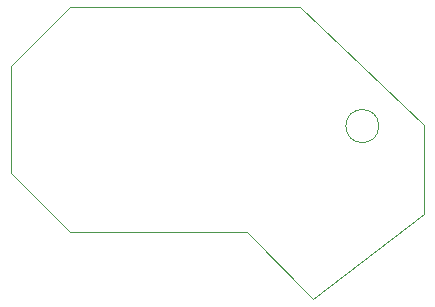
<source format=gbr>
%TF.GenerationSoftware,KiCad,Pcbnew,7.0.9*%
%TF.CreationDate,2023-12-20T17:36:05-07:00*%
%TF.ProjectId,vb_controller_shoulder_right_pcb,76625f63-6f6e-4747-926f-6c6c65725f73,4a*%
%TF.SameCoordinates,Original*%
%TF.FileFunction,Profile,NP*%
%FSLAX46Y46*%
G04 Gerber Fmt 4.6, Leading zero omitted, Abs format (unit mm)*
G04 Created by KiCad (PCBNEW 7.0.9) date 2023-12-20 17:36:05*
%MOMM*%
%LPD*%
G01*
G04 APERTURE LIST*
%TA.AperFunction,Profile*%
%ADD10C,0.100000*%
%TD*%
G04 APERTURE END LIST*
D10*
X135000000Y-109950000D02*
X124500000Y-99950000D01*
X131150000Y-110000000D02*
G75*
G03*
X131150000Y-110000000I-1400000J0D01*
G01*
X100000000Y-104950000D02*
X100000000Y-113950000D01*
X135000000Y-117450000D02*
X135000000Y-109950000D01*
X105000000Y-99950000D02*
X124500000Y-99950000D01*
X135000000Y-117450000D02*
X125600000Y-124650000D01*
X120000000Y-118950000D02*
X105000000Y-118950000D01*
X125600000Y-124650000D02*
X120000000Y-118950000D01*
X105000000Y-99950000D02*
X100000000Y-104950000D01*
X100000000Y-113950000D02*
X105000000Y-118950000D01*
M02*

</source>
